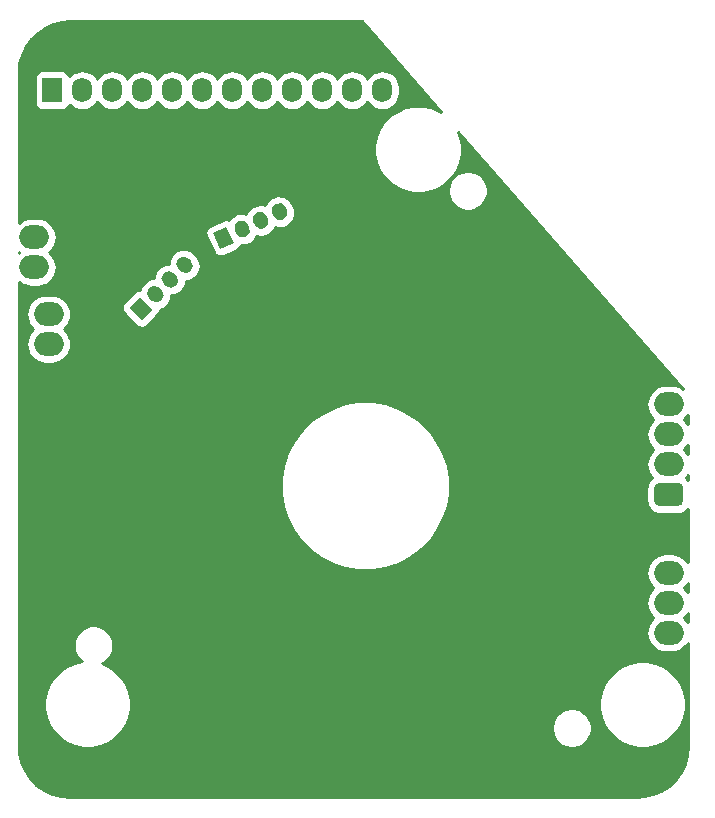
<source format=gbl>
G04 #@! TF.GenerationSoftware,KiCad,Pcbnew,5.1.10-88a1d61d58~88~ubuntu18.04.1*
G04 #@! TF.CreationDate,2024-08-03T23:10:31-04:00*
G04 #@! TF.ProjectId,238-capstan,3233382d-6361-4707-9374-616e2e6b6963,rev?*
G04 #@! TF.SameCoordinates,Original*
G04 #@! TF.FileFunction,Copper,L2,Bot*
G04 #@! TF.FilePolarity,Positive*
%FSLAX46Y46*%
G04 Gerber Fmt 4.6, Leading zero omitted, Abs format (unit mm)*
G04 Created by KiCad (PCBNEW 5.1.10-88a1d61d58~88~ubuntu18.04.1) date 2024-08-03 23:10:31*
%MOMM*%
%LPD*%
G01*
G04 APERTURE LIST*
G04 #@! TA.AperFunction,ComponentPad*
%ADD10O,2.500000X2.000000*%
G04 #@! TD*
G04 #@! TA.AperFunction,ComponentPad*
%ADD11O,1.700000X2.100000*%
G04 #@! TD*
G04 #@! TA.AperFunction,ComponentPad*
%ADD12R,1.700000X2.100000*%
G04 #@! TD*
G04 #@! TA.AperFunction,ComponentPad*
%ADD13C,0.100000*%
G04 #@! TD*
G04 #@! TA.AperFunction,NonConductor*
%ADD14C,0.254000*%
G04 #@! TD*
G04 #@! TA.AperFunction,NonConductor*
%ADD15C,0.100000*%
G04 #@! TD*
G04 APERTURE END LIST*
D10*
X120000000Y-68960000D03*
X120000000Y-71500000D03*
X173700000Y-102430000D03*
X173700000Y-99890000D03*
X173700000Y-97350000D03*
X121200000Y-78000000D03*
X121200000Y-75460000D03*
X173700000Y-83100000D03*
X173700000Y-85640000D03*
X173700000Y-88180000D03*
G04 #@! TA.AperFunction,ComponentPad*
G36*
G01*
X174950000Y-90220000D02*
X174950000Y-91220000D01*
G75*
G02*
X174450000Y-91720000I-500000J0D01*
G01*
X172950000Y-91720000D01*
G75*
G02*
X172450000Y-91220000I0J500000D01*
G01*
X172450000Y-90220000D01*
G75*
G02*
X172950000Y-89720000I500000J0D01*
G01*
X174450000Y-89720000D01*
G75*
G02*
X174950000Y-90220000I0J-500000D01*
G01*
G37*
G04 #@! TD.AperFunction*
D11*
X149440000Y-56500000D03*
X146900000Y-56500000D03*
X144360000Y-56500000D03*
X141820000Y-56500000D03*
X139280000Y-56500000D03*
X136740000Y-56500000D03*
X134200000Y-56500000D03*
X131660000Y-56500000D03*
X129120000Y-56500000D03*
X126580000Y-56500000D03*
X124040000Y-56500000D03*
D12*
X121500000Y-56500000D03*
G04 #@! TA.AperFunction,ComponentPad*
G36*
G01*
X133242641Y-71818019D02*
X133242641Y-71818019D01*
G75*
G02*
X132358757Y-71818019I-441942J441942D01*
G01*
X132181981Y-71641243D01*
G75*
G02*
X132181981Y-70757359I441942J441942D01*
G01*
X132181981Y-70757359D01*
G75*
G02*
X133065865Y-70757359I441942J-441942D01*
G01*
X133242641Y-70934135D01*
G75*
G02*
X133242641Y-71818019I-441942J-441942D01*
G01*
G37*
G04 #@! TD.AperFunction*
G04 #@! TA.AperFunction,ComponentPad*
G36*
G01*
X132005204Y-73055456D02*
X132005204Y-73055456D01*
G75*
G02*
X131121320Y-73055456I-441942J441942D01*
G01*
X130944544Y-72878680D01*
G75*
G02*
X130944544Y-71994796I441942J441942D01*
G01*
X130944544Y-71994796D01*
G75*
G02*
X131828428Y-71994796I441942J-441942D01*
G01*
X132005204Y-72171572D01*
G75*
G02*
X132005204Y-73055456I-441942J-441942D01*
G01*
G37*
G04 #@! TD.AperFunction*
G04 #@! TA.AperFunction,ComponentPad*
G36*
G01*
X130767767Y-74292893D02*
X130767767Y-74292893D01*
G75*
G02*
X129883883Y-74292893I-441942J441942D01*
G01*
X129707107Y-74116117D01*
G75*
G02*
X129707107Y-73232233I441942J441942D01*
G01*
X129707107Y-73232233D01*
G75*
G02*
X130590991Y-73232233I441942J-441942D01*
G01*
X130767767Y-73409009D01*
G75*
G02*
X130767767Y-74292893I-441942J-441942D01*
G01*
G37*
G04 #@! TD.AperFunction*
G04 #@! TA.AperFunction,ComponentPad*
D13*
G36*
X129972272Y-75088388D02*
G01*
X129088388Y-75972272D01*
X128027728Y-74911612D01*
X128911612Y-74027728D01*
X129972272Y-75088388D01*
G37*
G04 #@! TD.AperFunction*
G04 #@! TA.AperFunction,ComponentPad*
G36*
G01*
X141075079Y-67460984D02*
X141075079Y-67460984D01*
G75*
G02*
X140244501Y-67158678I-264136J566442D01*
G01*
X140138847Y-66932102D01*
G75*
G02*
X140441153Y-66101524I566442J264136D01*
G01*
X140441153Y-66101524D01*
G75*
G02*
X141271731Y-66403830I264136J-566442D01*
G01*
X141377385Y-66630406D01*
G75*
G02*
X141075079Y-67460984I-566442J-264136D01*
G01*
G37*
G04 #@! TD.AperFunction*
G04 #@! TA.AperFunction,ComponentPad*
G36*
G01*
X139489040Y-68200566D02*
X139489040Y-68200566D01*
G75*
G02*
X138658462Y-67898260I-264136J566442D01*
G01*
X138552808Y-67671684D01*
G75*
G02*
X138855114Y-66841106I566442J264136D01*
G01*
X138855114Y-66841106D01*
G75*
G02*
X139685692Y-67143412I264136J-566442D01*
G01*
X139791346Y-67369988D01*
G75*
G02*
X139489040Y-68200566I-566442J-264136D01*
G01*
G37*
G04 #@! TD.AperFunction*
G04 #@! TA.AperFunction,ComponentPad*
G36*
G01*
X137903002Y-68940148D02*
X137903002Y-68940148D01*
G75*
G02*
X137072424Y-68637842I-264136J566442D01*
G01*
X136966770Y-68411266D01*
G75*
G02*
X137269076Y-67580688I566442J264136D01*
G01*
X137269076Y-67580688D01*
G75*
G02*
X138099654Y-67882994I264136J-566442D01*
G01*
X138205308Y-68109570D01*
G75*
G02*
X137903002Y-68940148I-566442J-264136D01*
G01*
G37*
G04 #@! TD.AperFunction*
G04 #@! TA.AperFunction,ComponentPad*
G36*
X136883406Y-69415594D02*
G01*
X135750521Y-69943867D01*
X135116594Y-68584406D01*
X136249479Y-68056133D01*
X136883406Y-69415594D01*
G37*
G04 #@! TD.AperFunction*
D14*
X154397616Y-58313831D02*
X154254247Y-58218035D01*
X153580260Y-57938860D01*
X152864759Y-57796538D01*
X152135241Y-57796538D01*
X151419740Y-57938860D01*
X150745753Y-58218035D01*
X150139181Y-58623334D01*
X149623334Y-59139181D01*
X149218035Y-59745753D01*
X148938860Y-60419740D01*
X148796538Y-61135241D01*
X148796538Y-61864759D01*
X148938860Y-62580260D01*
X149218035Y-63254247D01*
X149623334Y-63860819D01*
X150139181Y-64376666D01*
X150745753Y-64781965D01*
X151419740Y-65061140D01*
X152135241Y-65203462D01*
X152864759Y-65203462D01*
X153580260Y-65061140D01*
X154128522Y-64834042D01*
X155015000Y-64834042D01*
X155015000Y-65165958D01*
X155079754Y-65491496D01*
X155206772Y-65798147D01*
X155391175Y-66074125D01*
X155625875Y-66308825D01*
X155901853Y-66493228D01*
X156208504Y-66620246D01*
X156534042Y-66685000D01*
X156865958Y-66685000D01*
X157191496Y-66620246D01*
X157498147Y-66493228D01*
X157774125Y-66308825D01*
X158008825Y-66074125D01*
X158193228Y-65798147D01*
X158320246Y-65491496D01*
X158385000Y-65165958D01*
X158385000Y-64834042D01*
X158320246Y-64508504D01*
X158193228Y-64201853D01*
X158008825Y-63925875D01*
X157774125Y-63691175D01*
X157498147Y-63506772D01*
X157191496Y-63379754D01*
X156865958Y-63315000D01*
X156534042Y-63315000D01*
X156208504Y-63379754D01*
X155901853Y-63506772D01*
X155625875Y-63691175D01*
X155391175Y-63925875D01*
X155206772Y-64201853D01*
X155079754Y-64508504D01*
X155015000Y-64834042D01*
X154128522Y-64834042D01*
X154254247Y-64781965D01*
X154860819Y-64376666D01*
X155376666Y-63860819D01*
X155781965Y-63254247D01*
X156061140Y-62580260D01*
X156203462Y-61864759D01*
X156203462Y-61135241D01*
X156061140Y-60419740D01*
X155900100Y-60030956D01*
X174960245Y-81813979D01*
X174862752Y-81733969D01*
X174578715Y-81582148D01*
X174270516Y-81488657D01*
X174030322Y-81465000D01*
X173369678Y-81465000D01*
X173129484Y-81488657D01*
X172821285Y-81582148D01*
X172537248Y-81733969D01*
X172288286Y-81938286D01*
X172083969Y-82187248D01*
X171932148Y-82471285D01*
X171838657Y-82779484D01*
X171807089Y-83100000D01*
X171838657Y-83420516D01*
X171932148Y-83728715D01*
X172083969Y-84012752D01*
X172288286Y-84261714D01*
X172420233Y-84370000D01*
X172288286Y-84478286D01*
X172083969Y-84727248D01*
X171932148Y-85011285D01*
X171838657Y-85319484D01*
X171807089Y-85640000D01*
X171838657Y-85960516D01*
X171932148Y-86268715D01*
X172083969Y-86552752D01*
X172288286Y-86801714D01*
X172420233Y-86910000D01*
X172288286Y-87018286D01*
X172083969Y-87267248D01*
X171932148Y-87551285D01*
X171838657Y-87859484D01*
X171807089Y-88180000D01*
X171838657Y-88500516D01*
X171932148Y-88808715D01*
X172083969Y-89092752D01*
X172266793Y-89315524D01*
X172145262Y-89415262D01*
X172003728Y-89587721D01*
X171898559Y-89784479D01*
X171833796Y-89997973D01*
X171811928Y-90220000D01*
X171811928Y-91220000D01*
X171833796Y-91442027D01*
X171898559Y-91655521D01*
X172003728Y-91852279D01*
X172145262Y-92024738D01*
X172317721Y-92166272D01*
X172514479Y-92271441D01*
X172727973Y-92336204D01*
X172950000Y-92358072D01*
X174450000Y-92358072D01*
X174672027Y-92336204D01*
X174885521Y-92271441D01*
X175082279Y-92166272D01*
X175254738Y-92024738D01*
X175340001Y-91920846D01*
X175340001Y-96482092D01*
X175316031Y-96437248D01*
X175111714Y-96188286D01*
X174862752Y-95983969D01*
X174578715Y-95832148D01*
X174270516Y-95738657D01*
X174030322Y-95715000D01*
X173369678Y-95715000D01*
X173129484Y-95738657D01*
X172821285Y-95832148D01*
X172537248Y-95983969D01*
X172288286Y-96188286D01*
X172083969Y-96437248D01*
X171932148Y-96721285D01*
X171838657Y-97029484D01*
X171807089Y-97350000D01*
X171838657Y-97670516D01*
X171932148Y-97978715D01*
X172083969Y-98262752D01*
X172288286Y-98511714D01*
X172420233Y-98620000D01*
X172288286Y-98728286D01*
X172083969Y-98977248D01*
X171932148Y-99261285D01*
X171838657Y-99569484D01*
X171807089Y-99890000D01*
X171838657Y-100210516D01*
X171932148Y-100518715D01*
X172083969Y-100802752D01*
X172288286Y-101051714D01*
X172420233Y-101160000D01*
X172288286Y-101268286D01*
X172083969Y-101517248D01*
X171932148Y-101801285D01*
X171838657Y-102109484D01*
X171807089Y-102430000D01*
X171838657Y-102750516D01*
X171932148Y-103058715D01*
X172083969Y-103342752D01*
X172288286Y-103591714D01*
X172537248Y-103796031D01*
X172821285Y-103947852D01*
X173129484Y-104041343D01*
X173369678Y-104065000D01*
X174030322Y-104065000D01*
X174270516Y-104041343D01*
X174578715Y-103947852D01*
X174862752Y-103796031D01*
X175111714Y-103591714D01*
X175316031Y-103342752D01*
X175340000Y-103297909D01*
X175340000Y-111970608D01*
X175268827Y-112768083D01*
X175065344Y-113511890D01*
X174733363Y-114207904D01*
X174283374Y-114834130D01*
X173729597Y-115370777D01*
X173089549Y-115800871D01*
X172383447Y-116110829D01*
X171628543Y-116292065D01*
X170975793Y-116340000D01*
X123029392Y-116340000D01*
X122231917Y-116268827D01*
X121488110Y-116065344D01*
X120792096Y-115733363D01*
X120165870Y-115283374D01*
X119629223Y-114729597D01*
X119199129Y-114089549D01*
X118889171Y-113383447D01*
X118707935Y-112628543D01*
X118660000Y-111975793D01*
X118660000Y-108139297D01*
X120837720Y-108139297D01*
X120837720Y-108860703D01*
X120978460Y-109568248D01*
X121254530Y-110234740D01*
X121655322Y-110834567D01*
X122165433Y-111344678D01*
X122765260Y-111745470D01*
X123431752Y-112021540D01*
X124139297Y-112162280D01*
X124860703Y-112162280D01*
X125568248Y-112021540D01*
X126234740Y-111745470D01*
X126834567Y-111344678D01*
X127344678Y-110834567D01*
X127679118Y-110334042D01*
X163815000Y-110334042D01*
X163815000Y-110665958D01*
X163879754Y-110991496D01*
X164006772Y-111298147D01*
X164191175Y-111574125D01*
X164425875Y-111808825D01*
X164701853Y-111993228D01*
X165008504Y-112120246D01*
X165334042Y-112185000D01*
X165665958Y-112185000D01*
X165991496Y-112120246D01*
X166298147Y-111993228D01*
X166574125Y-111808825D01*
X166808825Y-111574125D01*
X166993228Y-111298147D01*
X167120246Y-110991496D01*
X167185000Y-110665958D01*
X167185000Y-110334042D01*
X167120246Y-110008504D01*
X166993228Y-109701853D01*
X166808825Y-109425875D01*
X166574125Y-109191175D01*
X166298147Y-109006772D01*
X165991496Y-108879754D01*
X165665958Y-108815000D01*
X165334042Y-108815000D01*
X165008504Y-108879754D01*
X164701853Y-109006772D01*
X164425875Y-109191175D01*
X164191175Y-109425875D01*
X164006772Y-109701853D01*
X163879754Y-110008504D01*
X163815000Y-110334042D01*
X127679118Y-110334042D01*
X127745470Y-110234740D01*
X128021540Y-109568248D01*
X128162280Y-108860703D01*
X128162280Y-108139297D01*
X167837720Y-108139297D01*
X167837720Y-108860703D01*
X167978460Y-109568248D01*
X168254530Y-110234740D01*
X168655322Y-110834567D01*
X169165433Y-111344678D01*
X169765260Y-111745470D01*
X170431752Y-112021540D01*
X171139297Y-112162280D01*
X171860703Y-112162280D01*
X172568248Y-112021540D01*
X173234740Y-111745470D01*
X173834567Y-111344678D01*
X174344678Y-110834567D01*
X174745470Y-110234740D01*
X175021540Y-109568248D01*
X175162280Y-108860703D01*
X175162280Y-108139297D01*
X175021540Y-107431752D01*
X174745470Y-106765260D01*
X174344678Y-106165433D01*
X173834567Y-105655322D01*
X173234740Y-105254530D01*
X172568248Y-104978460D01*
X171860703Y-104837720D01*
X171139297Y-104837720D01*
X170431752Y-104978460D01*
X169765260Y-105254530D01*
X169165433Y-105655322D01*
X168655322Y-106165433D01*
X168254530Y-106765260D01*
X167978460Y-107431752D01*
X167837720Y-108139297D01*
X128162280Y-108139297D01*
X128021540Y-107431752D01*
X127745470Y-106765260D01*
X127344678Y-106165433D01*
X126834567Y-105655322D01*
X126234740Y-105254530D01*
X125701024Y-105033457D01*
X125798147Y-104993228D01*
X126074125Y-104808825D01*
X126308825Y-104574125D01*
X126493228Y-104298147D01*
X126620246Y-103991496D01*
X126685000Y-103665958D01*
X126685000Y-103334042D01*
X126620246Y-103008504D01*
X126493228Y-102701853D01*
X126308825Y-102425875D01*
X126074125Y-102191175D01*
X125798147Y-102006772D01*
X125491496Y-101879754D01*
X125165958Y-101815000D01*
X124834042Y-101815000D01*
X124508504Y-101879754D01*
X124201853Y-102006772D01*
X123925875Y-102191175D01*
X123691175Y-102425875D01*
X123506772Y-102701853D01*
X123379754Y-103008504D01*
X123315000Y-103334042D01*
X123315000Y-103665958D01*
X123379754Y-103991496D01*
X123506772Y-104298147D01*
X123691175Y-104574125D01*
X123925875Y-104808825D01*
X124008158Y-104863805D01*
X123431752Y-104978460D01*
X122765260Y-105254530D01*
X122165433Y-105655322D01*
X121655322Y-106165433D01*
X121254530Y-106765260D01*
X120978460Y-107431752D01*
X120837720Y-108139297D01*
X118660000Y-108139297D01*
X118660000Y-89436664D01*
X140842134Y-89436664D01*
X140842134Y-90563336D01*
X141018384Y-91676138D01*
X141366545Y-92747667D01*
X141878044Y-93751540D01*
X142540285Y-94663037D01*
X143336963Y-95459715D01*
X144248460Y-96121956D01*
X145252333Y-96633455D01*
X146323862Y-96981616D01*
X147436664Y-97157866D01*
X148563336Y-97157866D01*
X149676138Y-96981616D01*
X150747667Y-96633455D01*
X151751540Y-96121956D01*
X152663037Y-95459715D01*
X153459715Y-94663037D01*
X154121956Y-93751540D01*
X154633455Y-92747667D01*
X154981616Y-91676138D01*
X155157866Y-90563336D01*
X155157866Y-89436664D01*
X154981616Y-88323862D01*
X154633455Y-87252333D01*
X154121956Y-86248460D01*
X153459715Y-85336963D01*
X152663037Y-84540285D01*
X151751540Y-83878044D01*
X150747667Y-83366545D01*
X149676138Y-83018384D01*
X148563336Y-82842134D01*
X147436664Y-82842134D01*
X146323862Y-83018384D01*
X145252333Y-83366545D01*
X144248460Y-83878044D01*
X143336963Y-84540285D01*
X142540285Y-85336963D01*
X141878044Y-86248460D01*
X141366545Y-87252333D01*
X141018384Y-88323862D01*
X140842134Y-89436664D01*
X118660000Y-89436664D01*
X118660000Y-75460000D01*
X119307089Y-75460000D01*
X119338657Y-75780516D01*
X119432148Y-76088715D01*
X119583969Y-76372752D01*
X119788286Y-76621714D01*
X119920233Y-76730000D01*
X119788286Y-76838286D01*
X119583969Y-77087248D01*
X119432148Y-77371285D01*
X119338657Y-77679484D01*
X119307089Y-78000000D01*
X119338657Y-78320516D01*
X119432148Y-78628715D01*
X119583969Y-78912752D01*
X119788286Y-79161714D01*
X120037248Y-79366031D01*
X120321285Y-79517852D01*
X120629484Y-79611343D01*
X120869678Y-79635000D01*
X121530322Y-79635000D01*
X121770516Y-79611343D01*
X122078715Y-79517852D01*
X122362752Y-79366031D01*
X122611714Y-79161714D01*
X122816031Y-78912752D01*
X122967852Y-78628715D01*
X123061343Y-78320516D01*
X123092911Y-78000000D01*
X123061343Y-77679484D01*
X122967852Y-77371285D01*
X122816031Y-77087248D01*
X122611714Y-76838286D01*
X122479767Y-76730000D01*
X122611714Y-76621714D01*
X122816031Y-76372752D01*
X122967852Y-76088715D01*
X123061343Y-75780516D01*
X123092911Y-75460000D01*
X123061343Y-75139484D01*
X122992219Y-74911612D01*
X127389656Y-74911612D01*
X127401916Y-75036094D01*
X127438226Y-75155792D01*
X127497191Y-75266106D01*
X127576543Y-75362797D01*
X128637203Y-76423457D01*
X128733894Y-76502809D01*
X128844208Y-76561774D01*
X128963906Y-76598084D01*
X129088388Y-76610344D01*
X129212870Y-76598084D01*
X129332568Y-76561774D01*
X129442882Y-76502809D01*
X129539573Y-76423457D01*
X130423457Y-75539573D01*
X130502809Y-75442882D01*
X130561774Y-75332568D01*
X130598084Y-75212870D01*
X130610344Y-75088388D01*
X130609670Y-75081542D01*
X130810338Y-75020671D01*
X131029230Y-74903671D01*
X131221090Y-74746216D01*
X131378545Y-74554356D01*
X131495545Y-74335464D01*
X131567592Y-74097953D01*
X131589350Y-73877039D01*
X131810264Y-73855281D01*
X132047775Y-73783234D01*
X132266667Y-73666234D01*
X132458527Y-73508779D01*
X132615982Y-73316919D01*
X132732982Y-73098027D01*
X132805029Y-72860516D01*
X132826787Y-72639602D01*
X133047701Y-72617844D01*
X133285212Y-72545797D01*
X133504104Y-72428797D01*
X133695964Y-72271342D01*
X133853419Y-72079482D01*
X133970419Y-71860590D01*
X134042466Y-71623079D01*
X134066794Y-71376076D01*
X134042466Y-71129074D01*
X133970419Y-70891564D01*
X133853419Y-70672672D01*
X133735418Y-70528888D01*
X133471112Y-70264582D01*
X133327328Y-70146581D01*
X133108436Y-70029581D01*
X132870926Y-69957534D01*
X132623923Y-69933206D01*
X132376920Y-69957534D01*
X132139410Y-70029581D01*
X131920518Y-70146581D01*
X131728658Y-70304036D01*
X131571203Y-70495896D01*
X131454203Y-70714788D01*
X131382156Y-70952298D01*
X131360398Y-71173213D01*
X131139483Y-71194971D01*
X130901973Y-71267018D01*
X130683081Y-71384018D01*
X130491221Y-71541473D01*
X130333766Y-71733333D01*
X130216766Y-71952225D01*
X130144719Y-72189735D01*
X130122961Y-72410650D01*
X129902046Y-72432408D01*
X129664536Y-72504455D01*
X129445644Y-72621455D01*
X129253784Y-72778910D01*
X129096329Y-72970770D01*
X128979329Y-73189662D01*
X128918458Y-73390330D01*
X128911612Y-73389656D01*
X128787130Y-73401916D01*
X128667432Y-73438226D01*
X128557118Y-73497191D01*
X128460427Y-73576543D01*
X127576543Y-74460427D01*
X127497191Y-74557118D01*
X127438226Y-74667432D01*
X127401916Y-74787130D01*
X127389656Y-74911612D01*
X122992219Y-74911612D01*
X122967852Y-74831285D01*
X122816031Y-74547248D01*
X122611714Y-74298286D01*
X122362752Y-74093969D01*
X122078715Y-73942148D01*
X121770516Y-73848657D01*
X121530322Y-73825000D01*
X120869678Y-73825000D01*
X120629484Y-73848657D01*
X120321285Y-73942148D01*
X120037248Y-74093969D01*
X119788286Y-74298286D01*
X119583969Y-74547248D01*
X119432148Y-74831285D01*
X119338657Y-75139484D01*
X119307089Y-75460000D01*
X118660000Y-75460000D01*
X118660000Y-72720568D01*
X118837248Y-72866031D01*
X119121285Y-73017852D01*
X119429484Y-73111343D01*
X119669678Y-73135000D01*
X120330322Y-73135000D01*
X120570516Y-73111343D01*
X120878715Y-73017852D01*
X121162752Y-72866031D01*
X121411714Y-72661714D01*
X121616031Y-72412752D01*
X121767852Y-72128715D01*
X121861343Y-71820516D01*
X121892911Y-71500000D01*
X121861343Y-71179484D01*
X121767852Y-70871285D01*
X121616031Y-70587248D01*
X121411714Y-70338286D01*
X121279767Y-70230000D01*
X121411714Y-70121714D01*
X121616031Y-69872752D01*
X121767852Y-69588715D01*
X121861343Y-69280516D01*
X121892911Y-68960000D01*
X121861343Y-68639484D01*
X121853079Y-68612238D01*
X134479129Y-68612238D01*
X134496808Y-68736067D01*
X134538304Y-68854067D01*
X135172231Y-70213528D01*
X135235951Y-70321165D01*
X135319446Y-70414303D01*
X135419506Y-70489362D01*
X135532288Y-70543459D01*
X135653455Y-70574513D01*
X135778353Y-70581332D01*
X135902182Y-70563653D01*
X136020182Y-70522157D01*
X137153067Y-69993884D01*
X137260704Y-69930164D01*
X137353842Y-69846669D01*
X137428901Y-69746609D01*
X137482998Y-69633828D01*
X137484706Y-69627165D01*
X137694091Y-69638596D01*
X137939798Y-69603518D01*
X138173940Y-69521178D01*
X138387520Y-69394742D01*
X138572329Y-69229068D01*
X138721265Y-69030523D01*
X138817269Y-68830372D01*
X139032301Y-68885484D01*
X139280129Y-68899014D01*
X139525836Y-68863936D01*
X139759978Y-68781596D01*
X139973558Y-68655160D01*
X140158367Y-68489486D01*
X140307303Y-68290941D01*
X140403307Y-68090790D01*
X140618340Y-68145902D01*
X140866168Y-68159432D01*
X141111875Y-68124354D01*
X141346017Y-68042014D01*
X141559597Y-67915578D01*
X141744406Y-67749904D01*
X141893342Y-67551359D01*
X142000683Y-67327572D01*
X142062303Y-67087145D01*
X142075833Y-66839316D01*
X142040755Y-66593610D01*
X141979048Y-66418138D01*
X141821079Y-66079374D01*
X141726325Y-65919312D01*
X141560651Y-65734503D01*
X141362106Y-65585567D01*
X141138319Y-65478226D01*
X140897892Y-65416606D01*
X140650064Y-65403076D01*
X140404357Y-65438154D01*
X140170215Y-65520494D01*
X139956635Y-65646930D01*
X139771826Y-65812604D01*
X139622890Y-66011149D01*
X139526886Y-66211300D01*
X139311853Y-66156188D01*
X139064025Y-66142658D01*
X138818318Y-66177736D01*
X138584176Y-66260076D01*
X138370596Y-66386512D01*
X138185787Y-66552186D01*
X138036851Y-66750731D01*
X137940847Y-66950882D01*
X137725815Y-66895770D01*
X137477987Y-66882240D01*
X137232280Y-66917318D01*
X136998138Y-66999658D01*
X136784558Y-67126094D01*
X136599749Y-67291768D01*
X136473915Y-67459516D01*
X136467712Y-67456541D01*
X136346545Y-67425487D01*
X136221647Y-67418668D01*
X136097818Y-67436347D01*
X135979818Y-67477843D01*
X134846933Y-68006116D01*
X134739296Y-68069836D01*
X134646158Y-68153331D01*
X134571099Y-68253391D01*
X134517002Y-68366172D01*
X134485948Y-68487340D01*
X134479129Y-68612238D01*
X121853079Y-68612238D01*
X121767852Y-68331285D01*
X121616031Y-68047248D01*
X121411714Y-67798286D01*
X121162752Y-67593969D01*
X120878715Y-67442148D01*
X120570516Y-67348657D01*
X120330322Y-67325000D01*
X119669678Y-67325000D01*
X119429484Y-67348657D01*
X119121285Y-67442148D01*
X118837248Y-67593969D01*
X118660000Y-67739432D01*
X118660000Y-55450000D01*
X120011928Y-55450000D01*
X120011928Y-57550000D01*
X120024188Y-57674482D01*
X120060498Y-57794180D01*
X120119463Y-57904494D01*
X120198815Y-58001185D01*
X120295506Y-58080537D01*
X120405820Y-58139502D01*
X120525518Y-58175812D01*
X120650000Y-58188072D01*
X122350000Y-58188072D01*
X122474482Y-58175812D01*
X122594180Y-58139502D01*
X122704494Y-58080537D01*
X122801185Y-58001185D01*
X122880537Y-57904494D01*
X122939502Y-57794180D01*
X122960393Y-57725313D01*
X122984866Y-57755134D01*
X123210987Y-57940706D01*
X123468967Y-58078599D01*
X123748890Y-58163513D01*
X124040000Y-58192185D01*
X124331111Y-58163513D01*
X124611034Y-58078599D01*
X124869014Y-57940706D01*
X125095134Y-57755134D01*
X125280706Y-57529014D01*
X125310000Y-57474209D01*
X125339294Y-57529014D01*
X125524866Y-57755134D01*
X125750987Y-57940706D01*
X126008967Y-58078599D01*
X126288890Y-58163513D01*
X126580000Y-58192185D01*
X126871111Y-58163513D01*
X127151034Y-58078599D01*
X127409014Y-57940706D01*
X127635134Y-57755134D01*
X127820706Y-57529014D01*
X127850000Y-57474209D01*
X127879294Y-57529014D01*
X128064866Y-57755134D01*
X128290987Y-57940706D01*
X128548967Y-58078599D01*
X128828890Y-58163513D01*
X129120000Y-58192185D01*
X129411111Y-58163513D01*
X129691034Y-58078599D01*
X129949014Y-57940706D01*
X130175134Y-57755134D01*
X130360706Y-57529014D01*
X130390000Y-57474209D01*
X130419294Y-57529014D01*
X130604866Y-57755134D01*
X130830987Y-57940706D01*
X131088967Y-58078599D01*
X131368890Y-58163513D01*
X131660000Y-58192185D01*
X131951111Y-58163513D01*
X132231034Y-58078599D01*
X132489014Y-57940706D01*
X132715134Y-57755134D01*
X132900706Y-57529014D01*
X132930000Y-57474209D01*
X132959294Y-57529014D01*
X133144866Y-57755134D01*
X133370987Y-57940706D01*
X133628967Y-58078599D01*
X133908890Y-58163513D01*
X134200000Y-58192185D01*
X134491111Y-58163513D01*
X134771034Y-58078599D01*
X135029014Y-57940706D01*
X135255134Y-57755134D01*
X135440706Y-57529014D01*
X135470000Y-57474209D01*
X135499294Y-57529014D01*
X135684866Y-57755134D01*
X135910987Y-57940706D01*
X136168967Y-58078599D01*
X136448890Y-58163513D01*
X136740000Y-58192185D01*
X137031111Y-58163513D01*
X137311034Y-58078599D01*
X137569014Y-57940706D01*
X137795134Y-57755134D01*
X137980706Y-57529014D01*
X138010000Y-57474209D01*
X138039294Y-57529014D01*
X138224866Y-57755134D01*
X138450987Y-57940706D01*
X138708967Y-58078599D01*
X138988890Y-58163513D01*
X139280000Y-58192185D01*
X139571111Y-58163513D01*
X139851034Y-58078599D01*
X140109014Y-57940706D01*
X140335134Y-57755134D01*
X140520706Y-57529014D01*
X140550000Y-57474209D01*
X140579294Y-57529014D01*
X140764866Y-57755134D01*
X140990987Y-57940706D01*
X141248967Y-58078599D01*
X141528890Y-58163513D01*
X141820000Y-58192185D01*
X142111111Y-58163513D01*
X142391034Y-58078599D01*
X142649014Y-57940706D01*
X142875134Y-57755134D01*
X143060706Y-57529014D01*
X143090000Y-57474209D01*
X143119294Y-57529014D01*
X143304866Y-57755134D01*
X143530987Y-57940706D01*
X143788967Y-58078599D01*
X144068890Y-58163513D01*
X144360000Y-58192185D01*
X144651111Y-58163513D01*
X144931034Y-58078599D01*
X145189014Y-57940706D01*
X145415134Y-57755134D01*
X145600706Y-57529014D01*
X145630000Y-57474209D01*
X145659294Y-57529014D01*
X145844866Y-57755134D01*
X146070987Y-57940706D01*
X146328967Y-58078599D01*
X146608890Y-58163513D01*
X146900000Y-58192185D01*
X147191111Y-58163513D01*
X147471034Y-58078599D01*
X147729014Y-57940706D01*
X147955134Y-57755134D01*
X148140706Y-57529014D01*
X148170000Y-57474209D01*
X148199294Y-57529014D01*
X148384866Y-57755134D01*
X148610987Y-57940706D01*
X148868967Y-58078599D01*
X149148890Y-58163513D01*
X149440000Y-58192185D01*
X149731111Y-58163513D01*
X150011034Y-58078599D01*
X150269014Y-57940706D01*
X150495134Y-57755134D01*
X150680706Y-57529014D01*
X150818599Y-57271033D01*
X150903513Y-56991110D01*
X150925000Y-56772949D01*
X150925000Y-56227050D01*
X150903513Y-56008889D01*
X150818599Y-55728966D01*
X150680706Y-55470986D01*
X150495134Y-55244866D01*
X150269013Y-55059294D01*
X150011033Y-54921401D01*
X149731110Y-54836487D01*
X149440000Y-54807815D01*
X149148889Y-54836487D01*
X148868966Y-54921401D01*
X148610986Y-55059294D01*
X148384866Y-55244866D01*
X148199294Y-55470987D01*
X148170000Y-55525792D01*
X148140706Y-55470986D01*
X147955134Y-55244866D01*
X147729013Y-55059294D01*
X147471033Y-54921401D01*
X147191110Y-54836487D01*
X146900000Y-54807815D01*
X146608889Y-54836487D01*
X146328966Y-54921401D01*
X146070986Y-55059294D01*
X145844866Y-55244866D01*
X145659294Y-55470987D01*
X145630000Y-55525792D01*
X145600706Y-55470986D01*
X145415134Y-55244866D01*
X145189013Y-55059294D01*
X144931033Y-54921401D01*
X144651110Y-54836487D01*
X144360000Y-54807815D01*
X144068889Y-54836487D01*
X143788966Y-54921401D01*
X143530986Y-55059294D01*
X143304866Y-55244866D01*
X143119294Y-55470987D01*
X143090000Y-55525792D01*
X143060706Y-55470986D01*
X142875134Y-55244866D01*
X142649013Y-55059294D01*
X142391033Y-54921401D01*
X142111110Y-54836487D01*
X141820000Y-54807815D01*
X141528889Y-54836487D01*
X141248966Y-54921401D01*
X140990986Y-55059294D01*
X140764866Y-55244866D01*
X140579294Y-55470987D01*
X140550000Y-55525792D01*
X140520706Y-55470986D01*
X140335134Y-55244866D01*
X140109013Y-55059294D01*
X139851033Y-54921401D01*
X139571110Y-54836487D01*
X139280000Y-54807815D01*
X138988889Y-54836487D01*
X138708966Y-54921401D01*
X138450986Y-55059294D01*
X138224866Y-55244866D01*
X138039294Y-55470987D01*
X138010000Y-55525792D01*
X137980706Y-55470986D01*
X137795134Y-55244866D01*
X137569013Y-55059294D01*
X137311033Y-54921401D01*
X137031110Y-54836487D01*
X136740000Y-54807815D01*
X136448889Y-54836487D01*
X136168966Y-54921401D01*
X135910986Y-55059294D01*
X135684866Y-55244866D01*
X135499294Y-55470987D01*
X135470000Y-55525792D01*
X135440706Y-55470986D01*
X135255134Y-55244866D01*
X135029013Y-55059294D01*
X134771033Y-54921401D01*
X134491110Y-54836487D01*
X134200000Y-54807815D01*
X133908889Y-54836487D01*
X133628966Y-54921401D01*
X133370986Y-55059294D01*
X133144866Y-55244866D01*
X132959294Y-55470987D01*
X132930000Y-55525792D01*
X132900706Y-55470986D01*
X132715134Y-55244866D01*
X132489013Y-55059294D01*
X132231033Y-54921401D01*
X131951110Y-54836487D01*
X131660000Y-54807815D01*
X131368889Y-54836487D01*
X131088966Y-54921401D01*
X130830986Y-55059294D01*
X130604866Y-55244866D01*
X130419294Y-55470987D01*
X130390000Y-55525792D01*
X130360706Y-55470986D01*
X130175134Y-55244866D01*
X129949013Y-55059294D01*
X129691033Y-54921401D01*
X129411110Y-54836487D01*
X129120000Y-54807815D01*
X128828889Y-54836487D01*
X128548966Y-54921401D01*
X128290986Y-55059294D01*
X128064866Y-55244866D01*
X127879294Y-55470987D01*
X127850000Y-55525792D01*
X127820706Y-55470986D01*
X127635134Y-55244866D01*
X127409013Y-55059294D01*
X127151033Y-54921401D01*
X126871110Y-54836487D01*
X126580000Y-54807815D01*
X126288889Y-54836487D01*
X126008966Y-54921401D01*
X125750986Y-55059294D01*
X125524866Y-55244866D01*
X125339294Y-55470987D01*
X125310000Y-55525792D01*
X125280706Y-55470986D01*
X125095134Y-55244866D01*
X124869013Y-55059294D01*
X124611033Y-54921401D01*
X124331110Y-54836487D01*
X124040000Y-54807815D01*
X123748889Y-54836487D01*
X123468966Y-54921401D01*
X123210986Y-55059294D01*
X122984866Y-55244866D01*
X122960393Y-55274687D01*
X122939502Y-55205820D01*
X122880537Y-55095506D01*
X122801185Y-54998815D01*
X122704494Y-54919463D01*
X122594180Y-54860498D01*
X122474482Y-54824188D01*
X122350000Y-54811928D01*
X120650000Y-54811928D01*
X120525518Y-54824188D01*
X120405820Y-54860498D01*
X120295506Y-54919463D01*
X120198815Y-54998815D01*
X120119463Y-55095506D01*
X120060498Y-55205820D01*
X120024188Y-55325518D01*
X120011928Y-55450000D01*
X118660000Y-55450000D01*
X118660000Y-55029392D01*
X118731173Y-54231917D01*
X118934656Y-53488109D01*
X119266638Y-52792095D01*
X119716626Y-52165870D01*
X120270403Y-51629223D01*
X120910451Y-51199129D01*
X121616553Y-50889171D01*
X122371457Y-50707935D01*
X123024207Y-50660000D01*
X147700514Y-50660000D01*
X154397616Y-58313831D01*
G04 #@! TA.AperFunction,NonConductor*
D15*
G36*
X154397616Y-58313831D02*
G01*
X154254247Y-58218035D01*
X153580260Y-57938860D01*
X152864759Y-57796538D01*
X152135241Y-57796538D01*
X151419740Y-57938860D01*
X150745753Y-58218035D01*
X150139181Y-58623334D01*
X149623334Y-59139181D01*
X149218035Y-59745753D01*
X148938860Y-60419740D01*
X148796538Y-61135241D01*
X148796538Y-61864759D01*
X148938860Y-62580260D01*
X149218035Y-63254247D01*
X149623334Y-63860819D01*
X150139181Y-64376666D01*
X150745753Y-64781965D01*
X151419740Y-65061140D01*
X152135241Y-65203462D01*
X152864759Y-65203462D01*
X153580260Y-65061140D01*
X154128522Y-64834042D01*
X155015000Y-64834042D01*
X155015000Y-65165958D01*
X155079754Y-65491496D01*
X155206772Y-65798147D01*
X155391175Y-66074125D01*
X155625875Y-66308825D01*
X155901853Y-66493228D01*
X156208504Y-66620246D01*
X156534042Y-66685000D01*
X156865958Y-66685000D01*
X157191496Y-66620246D01*
X157498147Y-66493228D01*
X157774125Y-66308825D01*
X158008825Y-66074125D01*
X158193228Y-65798147D01*
X158320246Y-65491496D01*
X158385000Y-65165958D01*
X158385000Y-64834042D01*
X158320246Y-64508504D01*
X158193228Y-64201853D01*
X158008825Y-63925875D01*
X157774125Y-63691175D01*
X157498147Y-63506772D01*
X157191496Y-63379754D01*
X156865958Y-63315000D01*
X156534042Y-63315000D01*
X156208504Y-63379754D01*
X155901853Y-63506772D01*
X155625875Y-63691175D01*
X155391175Y-63925875D01*
X155206772Y-64201853D01*
X155079754Y-64508504D01*
X155015000Y-64834042D01*
X154128522Y-64834042D01*
X154254247Y-64781965D01*
X154860819Y-64376666D01*
X155376666Y-63860819D01*
X155781965Y-63254247D01*
X156061140Y-62580260D01*
X156203462Y-61864759D01*
X156203462Y-61135241D01*
X156061140Y-60419740D01*
X155900100Y-60030956D01*
X174960245Y-81813979D01*
X174862752Y-81733969D01*
X174578715Y-81582148D01*
X174270516Y-81488657D01*
X174030322Y-81465000D01*
X173369678Y-81465000D01*
X173129484Y-81488657D01*
X172821285Y-81582148D01*
X172537248Y-81733969D01*
X172288286Y-81938286D01*
X172083969Y-82187248D01*
X171932148Y-82471285D01*
X171838657Y-82779484D01*
X171807089Y-83100000D01*
X171838657Y-83420516D01*
X171932148Y-83728715D01*
X172083969Y-84012752D01*
X172288286Y-84261714D01*
X172420233Y-84370000D01*
X172288286Y-84478286D01*
X172083969Y-84727248D01*
X171932148Y-85011285D01*
X171838657Y-85319484D01*
X171807089Y-85640000D01*
X171838657Y-85960516D01*
X171932148Y-86268715D01*
X172083969Y-86552752D01*
X172288286Y-86801714D01*
X172420233Y-86910000D01*
X172288286Y-87018286D01*
X172083969Y-87267248D01*
X171932148Y-87551285D01*
X171838657Y-87859484D01*
X171807089Y-88180000D01*
X171838657Y-88500516D01*
X171932148Y-88808715D01*
X172083969Y-89092752D01*
X172266793Y-89315524D01*
X172145262Y-89415262D01*
X172003728Y-89587721D01*
X171898559Y-89784479D01*
X171833796Y-89997973D01*
X171811928Y-90220000D01*
X171811928Y-91220000D01*
X171833796Y-91442027D01*
X171898559Y-91655521D01*
X172003728Y-91852279D01*
X172145262Y-92024738D01*
X172317721Y-92166272D01*
X172514479Y-92271441D01*
X172727973Y-92336204D01*
X172950000Y-92358072D01*
X174450000Y-92358072D01*
X174672027Y-92336204D01*
X174885521Y-92271441D01*
X175082279Y-92166272D01*
X175254738Y-92024738D01*
X175340001Y-91920846D01*
X175340001Y-96482092D01*
X175316031Y-96437248D01*
X175111714Y-96188286D01*
X174862752Y-95983969D01*
X174578715Y-95832148D01*
X174270516Y-95738657D01*
X174030322Y-95715000D01*
X173369678Y-95715000D01*
X173129484Y-95738657D01*
X172821285Y-95832148D01*
X172537248Y-95983969D01*
X172288286Y-96188286D01*
X172083969Y-96437248D01*
X171932148Y-96721285D01*
X171838657Y-97029484D01*
X171807089Y-97350000D01*
X171838657Y-97670516D01*
X171932148Y-97978715D01*
X172083969Y-98262752D01*
X172288286Y-98511714D01*
X172420233Y-98620000D01*
X172288286Y-98728286D01*
X172083969Y-98977248D01*
X171932148Y-99261285D01*
X171838657Y-99569484D01*
X171807089Y-99890000D01*
X171838657Y-100210516D01*
X171932148Y-100518715D01*
X172083969Y-100802752D01*
X172288286Y-101051714D01*
X172420233Y-101160000D01*
X172288286Y-101268286D01*
X172083969Y-101517248D01*
X171932148Y-101801285D01*
X171838657Y-102109484D01*
X171807089Y-102430000D01*
X171838657Y-102750516D01*
X171932148Y-103058715D01*
X172083969Y-103342752D01*
X172288286Y-103591714D01*
X172537248Y-103796031D01*
X172821285Y-103947852D01*
X173129484Y-104041343D01*
X173369678Y-104065000D01*
X174030322Y-104065000D01*
X174270516Y-104041343D01*
X174578715Y-103947852D01*
X174862752Y-103796031D01*
X175111714Y-103591714D01*
X175316031Y-103342752D01*
X175340000Y-103297909D01*
X175340000Y-111970608D01*
X175268827Y-112768083D01*
X175065344Y-113511890D01*
X174733363Y-114207904D01*
X174283374Y-114834130D01*
X173729597Y-115370777D01*
X173089549Y-115800871D01*
X172383447Y-116110829D01*
X171628543Y-116292065D01*
X170975793Y-116340000D01*
X123029392Y-116340000D01*
X122231917Y-116268827D01*
X121488110Y-116065344D01*
X120792096Y-115733363D01*
X120165870Y-115283374D01*
X119629223Y-114729597D01*
X119199129Y-114089549D01*
X118889171Y-113383447D01*
X118707935Y-112628543D01*
X118660000Y-111975793D01*
X118660000Y-108139297D01*
X120837720Y-108139297D01*
X120837720Y-108860703D01*
X120978460Y-109568248D01*
X121254530Y-110234740D01*
X121655322Y-110834567D01*
X122165433Y-111344678D01*
X122765260Y-111745470D01*
X123431752Y-112021540D01*
X124139297Y-112162280D01*
X124860703Y-112162280D01*
X125568248Y-112021540D01*
X126234740Y-111745470D01*
X126834567Y-111344678D01*
X127344678Y-110834567D01*
X127679118Y-110334042D01*
X163815000Y-110334042D01*
X163815000Y-110665958D01*
X163879754Y-110991496D01*
X164006772Y-111298147D01*
X164191175Y-111574125D01*
X164425875Y-111808825D01*
X164701853Y-111993228D01*
X165008504Y-112120246D01*
X165334042Y-112185000D01*
X165665958Y-112185000D01*
X165991496Y-112120246D01*
X166298147Y-111993228D01*
X166574125Y-111808825D01*
X166808825Y-111574125D01*
X166993228Y-111298147D01*
X167120246Y-110991496D01*
X167185000Y-110665958D01*
X167185000Y-110334042D01*
X167120246Y-110008504D01*
X166993228Y-109701853D01*
X166808825Y-109425875D01*
X166574125Y-109191175D01*
X166298147Y-109006772D01*
X165991496Y-108879754D01*
X165665958Y-108815000D01*
X165334042Y-108815000D01*
X165008504Y-108879754D01*
X164701853Y-109006772D01*
X164425875Y-109191175D01*
X164191175Y-109425875D01*
X164006772Y-109701853D01*
X163879754Y-110008504D01*
X163815000Y-110334042D01*
X127679118Y-110334042D01*
X127745470Y-110234740D01*
X128021540Y-109568248D01*
X128162280Y-108860703D01*
X128162280Y-108139297D01*
X167837720Y-108139297D01*
X167837720Y-108860703D01*
X167978460Y-109568248D01*
X168254530Y-110234740D01*
X168655322Y-110834567D01*
X169165433Y-111344678D01*
X169765260Y-111745470D01*
X170431752Y-112021540D01*
X171139297Y-112162280D01*
X171860703Y-112162280D01*
X172568248Y-112021540D01*
X173234740Y-111745470D01*
X173834567Y-111344678D01*
X174344678Y-110834567D01*
X174745470Y-110234740D01*
X175021540Y-109568248D01*
X175162280Y-108860703D01*
X175162280Y-108139297D01*
X175021540Y-107431752D01*
X174745470Y-106765260D01*
X174344678Y-106165433D01*
X173834567Y-105655322D01*
X173234740Y-105254530D01*
X172568248Y-104978460D01*
X171860703Y-104837720D01*
X171139297Y-104837720D01*
X170431752Y-104978460D01*
X169765260Y-105254530D01*
X169165433Y-105655322D01*
X168655322Y-106165433D01*
X168254530Y-106765260D01*
X167978460Y-107431752D01*
X167837720Y-108139297D01*
X128162280Y-108139297D01*
X128021540Y-107431752D01*
X127745470Y-106765260D01*
X127344678Y-106165433D01*
X126834567Y-105655322D01*
X126234740Y-105254530D01*
X125701024Y-105033457D01*
X125798147Y-104993228D01*
X126074125Y-104808825D01*
X126308825Y-104574125D01*
X126493228Y-104298147D01*
X126620246Y-103991496D01*
X126685000Y-103665958D01*
X126685000Y-103334042D01*
X126620246Y-103008504D01*
X126493228Y-102701853D01*
X126308825Y-102425875D01*
X126074125Y-102191175D01*
X125798147Y-102006772D01*
X125491496Y-101879754D01*
X125165958Y-101815000D01*
X124834042Y-101815000D01*
X124508504Y-101879754D01*
X124201853Y-102006772D01*
X123925875Y-102191175D01*
X123691175Y-102425875D01*
X123506772Y-102701853D01*
X123379754Y-103008504D01*
X123315000Y-103334042D01*
X123315000Y-103665958D01*
X123379754Y-103991496D01*
X123506772Y-104298147D01*
X123691175Y-104574125D01*
X123925875Y-104808825D01*
X124008158Y-104863805D01*
X123431752Y-104978460D01*
X122765260Y-105254530D01*
X122165433Y-105655322D01*
X121655322Y-106165433D01*
X121254530Y-106765260D01*
X120978460Y-107431752D01*
X120837720Y-108139297D01*
X118660000Y-108139297D01*
X118660000Y-89436664D01*
X140842134Y-89436664D01*
X140842134Y-90563336D01*
X141018384Y-91676138D01*
X141366545Y-92747667D01*
X141878044Y-93751540D01*
X142540285Y-94663037D01*
X143336963Y-95459715D01*
X144248460Y-96121956D01*
X145252333Y-96633455D01*
X146323862Y-96981616D01*
X147436664Y-97157866D01*
X148563336Y-97157866D01*
X149676138Y-96981616D01*
X150747667Y-96633455D01*
X151751540Y-96121956D01*
X152663037Y-95459715D01*
X153459715Y-94663037D01*
X154121956Y-93751540D01*
X154633455Y-92747667D01*
X154981616Y-91676138D01*
X155157866Y-90563336D01*
X155157866Y-89436664D01*
X154981616Y-88323862D01*
X154633455Y-87252333D01*
X154121956Y-86248460D01*
X153459715Y-85336963D01*
X152663037Y-84540285D01*
X151751540Y-83878044D01*
X150747667Y-83366545D01*
X149676138Y-83018384D01*
X148563336Y-82842134D01*
X147436664Y-82842134D01*
X146323862Y-83018384D01*
X145252333Y-83366545D01*
X144248460Y-83878044D01*
X143336963Y-84540285D01*
X142540285Y-85336963D01*
X141878044Y-86248460D01*
X141366545Y-87252333D01*
X141018384Y-88323862D01*
X140842134Y-89436664D01*
X118660000Y-89436664D01*
X118660000Y-75460000D01*
X119307089Y-75460000D01*
X119338657Y-75780516D01*
X119432148Y-76088715D01*
X119583969Y-76372752D01*
X119788286Y-76621714D01*
X119920233Y-76730000D01*
X119788286Y-76838286D01*
X119583969Y-77087248D01*
X119432148Y-77371285D01*
X119338657Y-77679484D01*
X119307089Y-78000000D01*
X119338657Y-78320516D01*
X119432148Y-78628715D01*
X119583969Y-78912752D01*
X119788286Y-79161714D01*
X120037248Y-79366031D01*
X120321285Y-79517852D01*
X120629484Y-79611343D01*
X120869678Y-79635000D01*
X121530322Y-79635000D01*
X121770516Y-79611343D01*
X122078715Y-79517852D01*
X122362752Y-79366031D01*
X122611714Y-79161714D01*
X122816031Y-78912752D01*
X122967852Y-78628715D01*
X123061343Y-78320516D01*
X123092911Y-78000000D01*
X123061343Y-77679484D01*
X122967852Y-77371285D01*
X122816031Y-77087248D01*
X122611714Y-76838286D01*
X122479767Y-76730000D01*
X122611714Y-76621714D01*
X122816031Y-76372752D01*
X122967852Y-76088715D01*
X123061343Y-75780516D01*
X123092911Y-75460000D01*
X123061343Y-75139484D01*
X122992219Y-74911612D01*
X127389656Y-74911612D01*
X127401916Y-75036094D01*
X127438226Y-75155792D01*
X127497191Y-75266106D01*
X127576543Y-75362797D01*
X128637203Y-76423457D01*
X128733894Y-76502809D01*
X128844208Y-76561774D01*
X128963906Y-76598084D01*
X129088388Y-76610344D01*
X129212870Y-76598084D01*
X129332568Y-76561774D01*
X129442882Y-76502809D01*
X129539573Y-76423457D01*
X130423457Y-75539573D01*
X130502809Y-75442882D01*
X130561774Y-75332568D01*
X130598084Y-75212870D01*
X130610344Y-75088388D01*
X130609670Y-75081542D01*
X130810338Y-75020671D01*
X131029230Y-74903671D01*
X131221090Y-74746216D01*
X131378545Y-74554356D01*
X131495545Y-74335464D01*
X131567592Y-74097953D01*
X131589350Y-73877039D01*
X131810264Y-73855281D01*
X132047775Y-73783234D01*
X132266667Y-73666234D01*
X132458527Y-73508779D01*
X132615982Y-73316919D01*
X132732982Y-73098027D01*
X132805029Y-72860516D01*
X132826787Y-72639602D01*
X133047701Y-72617844D01*
X133285212Y-72545797D01*
X133504104Y-72428797D01*
X133695964Y-72271342D01*
X133853419Y-72079482D01*
X133970419Y-71860590D01*
X134042466Y-71623079D01*
X134066794Y-71376076D01*
X134042466Y-71129074D01*
X133970419Y-70891564D01*
X133853419Y-70672672D01*
X133735418Y-70528888D01*
X133471112Y-70264582D01*
X133327328Y-70146581D01*
X133108436Y-70029581D01*
X132870926Y-69957534D01*
X132623923Y-69933206D01*
X132376920Y-69957534D01*
X132139410Y-70029581D01*
X131920518Y-70146581D01*
X131728658Y-70304036D01*
X131571203Y-70495896D01*
X131454203Y-70714788D01*
X131382156Y-70952298D01*
X131360398Y-71173213D01*
X131139483Y-71194971D01*
X130901973Y-71267018D01*
X130683081Y-71384018D01*
X130491221Y-71541473D01*
X130333766Y-71733333D01*
X130216766Y-71952225D01*
X130144719Y-72189735D01*
X130122961Y-72410650D01*
X129902046Y-72432408D01*
X129664536Y-72504455D01*
X129445644Y-72621455D01*
X129253784Y-72778910D01*
X129096329Y-72970770D01*
X128979329Y-73189662D01*
X128918458Y-73390330D01*
X128911612Y-73389656D01*
X128787130Y-73401916D01*
X128667432Y-73438226D01*
X128557118Y-73497191D01*
X128460427Y-73576543D01*
X127576543Y-74460427D01*
X127497191Y-74557118D01*
X127438226Y-74667432D01*
X127401916Y-74787130D01*
X127389656Y-74911612D01*
X122992219Y-74911612D01*
X122967852Y-74831285D01*
X122816031Y-74547248D01*
X122611714Y-74298286D01*
X122362752Y-74093969D01*
X122078715Y-73942148D01*
X121770516Y-73848657D01*
X121530322Y-73825000D01*
X120869678Y-73825000D01*
X120629484Y-73848657D01*
X120321285Y-73942148D01*
X120037248Y-74093969D01*
X119788286Y-74298286D01*
X119583969Y-74547248D01*
X119432148Y-74831285D01*
X119338657Y-75139484D01*
X119307089Y-75460000D01*
X118660000Y-75460000D01*
X118660000Y-72720568D01*
X118837248Y-72866031D01*
X119121285Y-73017852D01*
X119429484Y-73111343D01*
X119669678Y-73135000D01*
X120330322Y-73135000D01*
X120570516Y-73111343D01*
X120878715Y-73017852D01*
X121162752Y-72866031D01*
X121411714Y-72661714D01*
X121616031Y-72412752D01*
X121767852Y-72128715D01*
X121861343Y-71820516D01*
X121892911Y-71500000D01*
X121861343Y-71179484D01*
X121767852Y-70871285D01*
X121616031Y-70587248D01*
X121411714Y-70338286D01*
X121279767Y-70230000D01*
X121411714Y-70121714D01*
X121616031Y-69872752D01*
X121767852Y-69588715D01*
X121861343Y-69280516D01*
X121892911Y-68960000D01*
X121861343Y-68639484D01*
X121853079Y-68612238D01*
X134479129Y-68612238D01*
X134496808Y-68736067D01*
X134538304Y-68854067D01*
X135172231Y-70213528D01*
X135235951Y-70321165D01*
X135319446Y-70414303D01*
X135419506Y-70489362D01*
X135532288Y-70543459D01*
X135653455Y-70574513D01*
X135778353Y-70581332D01*
X135902182Y-70563653D01*
X136020182Y-70522157D01*
X137153067Y-69993884D01*
X137260704Y-69930164D01*
X137353842Y-69846669D01*
X137428901Y-69746609D01*
X137482998Y-69633828D01*
X137484706Y-69627165D01*
X137694091Y-69638596D01*
X137939798Y-69603518D01*
X138173940Y-69521178D01*
X138387520Y-69394742D01*
X138572329Y-69229068D01*
X138721265Y-69030523D01*
X138817269Y-68830372D01*
X139032301Y-68885484D01*
X139280129Y-68899014D01*
X139525836Y-68863936D01*
X139759978Y-68781596D01*
X139973558Y-68655160D01*
X140158367Y-68489486D01*
X140307303Y-68290941D01*
X140403307Y-68090790D01*
X140618340Y-68145902D01*
X140866168Y-68159432D01*
X141111875Y-68124354D01*
X141346017Y-68042014D01*
X141559597Y-67915578D01*
X141744406Y-67749904D01*
X141893342Y-67551359D01*
X142000683Y-67327572D01*
X142062303Y-67087145D01*
X142075833Y-66839316D01*
X142040755Y-66593610D01*
X141979048Y-66418138D01*
X141821079Y-66079374D01*
X141726325Y-65919312D01*
X141560651Y-65734503D01*
X141362106Y-65585567D01*
X141138319Y-65478226D01*
X140897892Y-65416606D01*
X140650064Y-65403076D01*
X140404357Y-65438154D01*
X140170215Y-65520494D01*
X139956635Y-65646930D01*
X139771826Y-65812604D01*
X139622890Y-66011149D01*
X139526886Y-66211300D01*
X139311853Y-66156188D01*
X139064025Y-66142658D01*
X138818318Y-66177736D01*
X138584176Y-66260076D01*
X138370596Y-66386512D01*
X138185787Y-66552186D01*
X138036851Y-66750731D01*
X137940847Y-66950882D01*
X137725815Y-66895770D01*
X137477987Y-66882240D01*
X137232280Y-66917318D01*
X136998138Y-66999658D01*
X136784558Y-67126094D01*
X136599749Y-67291768D01*
X136473915Y-67459516D01*
X136467712Y-67456541D01*
X136346545Y-67425487D01*
X136221647Y-67418668D01*
X136097818Y-67436347D01*
X135979818Y-67477843D01*
X134846933Y-68006116D01*
X134739296Y-68069836D01*
X134646158Y-68153331D01*
X134571099Y-68253391D01*
X134517002Y-68366172D01*
X134485948Y-68487340D01*
X134479129Y-68612238D01*
X121853079Y-68612238D01*
X121767852Y-68331285D01*
X121616031Y-68047248D01*
X121411714Y-67798286D01*
X121162752Y-67593969D01*
X120878715Y-67442148D01*
X120570516Y-67348657D01*
X120330322Y-67325000D01*
X119669678Y-67325000D01*
X119429484Y-67348657D01*
X119121285Y-67442148D01*
X118837248Y-67593969D01*
X118660000Y-67739432D01*
X118660000Y-55450000D01*
X120011928Y-55450000D01*
X120011928Y-57550000D01*
X120024188Y-57674482D01*
X120060498Y-57794180D01*
X120119463Y-57904494D01*
X120198815Y-58001185D01*
X120295506Y-58080537D01*
X120405820Y-58139502D01*
X120525518Y-58175812D01*
X120650000Y-58188072D01*
X122350000Y-58188072D01*
X122474482Y-58175812D01*
X122594180Y-58139502D01*
X122704494Y-58080537D01*
X122801185Y-58001185D01*
X122880537Y-57904494D01*
X122939502Y-57794180D01*
X122960393Y-57725313D01*
X122984866Y-57755134D01*
X123210987Y-57940706D01*
X123468967Y-58078599D01*
X123748890Y-58163513D01*
X124040000Y-58192185D01*
X124331111Y-58163513D01*
X124611034Y-58078599D01*
X124869014Y-57940706D01*
X125095134Y-57755134D01*
X125280706Y-57529014D01*
X125310000Y-57474209D01*
X125339294Y-57529014D01*
X125524866Y-57755134D01*
X125750987Y-57940706D01*
X126008967Y-58078599D01*
X126288890Y-58163513D01*
X126580000Y-58192185D01*
X126871111Y-58163513D01*
X127151034Y-58078599D01*
X127409014Y-57940706D01*
X127635134Y-57755134D01*
X127820706Y-57529014D01*
X127850000Y-57474209D01*
X127879294Y-57529014D01*
X128064866Y-57755134D01*
X128290987Y-57940706D01*
X128548967Y-58078599D01*
X128828890Y-58163513D01*
X129120000Y-58192185D01*
X129411111Y-58163513D01*
X129691034Y-58078599D01*
X129949014Y-57940706D01*
X130175134Y-57755134D01*
X130360706Y-57529014D01*
X130390000Y-57474209D01*
X130419294Y-57529014D01*
X130604866Y-57755134D01*
X130830987Y-57940706D01*
X131088967Y-58078599D01*
X131368890Y-58163513D01*
X131660000Y-58192185D01*
X131951111Y-58163513D01*
X132231034Y-58078599D01*
X132489014Y-57940706D01*
X132715134Y-57755134D01*
X132900706Y-57529014D01*
X132930000Y-57474209D01*
X132959294Y-57529014D01*
X133144866Y-57755134D01*
X133370987Y-57940706D01*
X133628967Y-58078599D01*
X133908890Y-58163513D01*
X134200000Y-58192185D01*
X134491111Y-58163513D01*
X134771034Y-58078599D01*
X135029014Y-57940706D01*
X135255134Y-57755134D01*
X135440706Y-57529014D01*
X135470000Y-57474209D01*
X135499294Y-57529014D01*
X135684866Y-57755134D01*
X135910987Y-57940706D01*
X136168967Y-58078599D01*
X136448890Y-58163513D01*
X136740000Y-58192185D01*
X137031111Y-58163513D01*
X137311034Y-58078599D01*
X137569014Y-57940706D01*
X137795134Y-57755134D01*
X137980706Y-57529014D01*
X138010000Y-57474209D01*
X138039294Y-57529014D01*
X138224866Y-57755134D01*
X138450987Y-57940706D01*
X138708967Y-58078599D01*
X138988890Y-58163513D01*
X139280000Y-58192185D01*
X139571111Y-58163513D01*
X139851034Y-58078599D01*
X140109014Y-57940706D01*
X140335134Y-57755134D01*
X140520706Y-57529014D01*
X140550000Y-57474209D01*
X140579294Y-57529014D01*
X140764866Y-57755134D01*
X140990987Y-57940706D01*
X141248967Y-58078599D01*
X141528890Y-58163513D01*
X141820000Y-58192185D01*
X142111111Y-58163513D01*
X142391034Y-58078599D01*
X142649014Y-57940706D01*
X142875134Y-57755134D01*
X143060706Y-57529014D01*
X143090000Y-57474209D01*
X143119294Y-57529014D01*
X143304866Y-57755134D01*
X143530987Y-57940706D01*
X143788967Y-58078599D01*
X144068890Y-58163513D01*
X144360000Y-58192185D01*
X144651111Y-58163513D01*
X144931034Y-58078599D01*
X145189014Y-57940706D01*
X145415134Y-57755134D01*
X145600706Y-57529014D01*
X145630000Y-57474209D01*
X145659294Y-57529014D01*
X145844866Y-57755134D01*
X146070987Y-57940706D01*
X146328967Y-58078599D01*
X146608890Y-58163513D01*
X146900000Y-58192185D01*
X147191111Y-58163513D01*
X147471034Y-58078599D01*
X147729014Y-57940706D01*
X147955134Y-57755134D01*
X148140706Y-57529014D01*
X148170000Y-57474209D01*
X148199294Y-57529014D01*
X148384866Y-57755134D01*
X148610987Y-57940706D01*
X148868967Y-58078599D01*
X149148890Y-58163513D01*
X149440000Y-58192185D01*
X149731111Y-58163513D01*
X150011034Y-58078599D01*
X150269014Y-57940706D01*
X150495134Y-57755134D01*
X150680706Y-57529014D01*
X150818599Y-57271033D01*
X150903513Y-56991110D01*
X150925000Y-56772949D01*
X150925000Y-56227050D01*
X150903513Y-56008889D01*
X150818599Y-55728966D01*
X150680706Y-55470986D01*
X150495134Y-55244866D01*
X150269013Y-55059294D01*
X150011033Y-54921401D01*
X149731110Y-54836487D01*
X149440000Y-54807815D01*
X149148889Y-54836487D01*
X148868966Y-54921401D01*
X148610986Y-55059294D01*
X148384866Y-55244866D01*
X148199294Y-55470987D01*
X148170000Y-55525792D01*
X148140706Y-55470986D01*
X147955134Y-55244866D01*
X147729013Y-55059294D01*
X147471033Y-54921401D01*
X147191110Y-54836487D01*
X146900000Y-54807815D01*
X146608889Y-54836487D01*
X146328966Y-54921401D01*
X146070986Y-55059294D01*
X145844866Y-55244866D01*
X145659294Y-55470987D01*
X145630000Y-55525792D01*
X145600706Y-55470986D01*
X145415134Y-55244866D01*
X145189013Y-55059294D01*
X144931033Y-54921401D01*
X144651110Y-54836487D01*
X144360000Y-54807815D01*
X144068889Y-54836487D01*
X143788966Y-54921401D01*
X143530986Y-55059294D01*
X143304866Y-55244866D01*
X143119294Y-55470987D01*
X143090000Y-55525792D01*
X143060706Y-55470986D01*
X142875134Y-55244866D01*
X142649013Y-55059294D01*
X142391033Y-54921401D01*
X142111110Y-54836487D01*
X141820000Y-54807815D01*
X141528889Y-54836487D01*
X141248966Y-54921401D01*
X140990986Y-55059294D01*
X140764866Y-55244866D01*
X140579294Y-55470987D01*
X140550000Y-55525792D01*
X140520706Y-55470986D01*
X140335134Y-55244866D01*
X140109013Y-55059294D01*
X139851033Y-54921401D01*
X139571110Y-54836487D01*
X139280000Y-54807815D01*
X138988889Y-54836487D01*
X138708966Y-54921401D01*
X138450986Y-55059294D01*
X138224866Y-55244866D01*
X138039294Y-55470987D01*
X138010000Y-55525792D01*
X137980706Y-55470986D01*
X137795134Y-55244866D01*
X137569013Y-55059294D01*
X137311033Y-54921401D01*
X137031110Y-54836487D01*
X136740000Y-54807815D01*
X136448889Y-54836487D01*
X136168966Y-54921401D01*
X135910986Y-55059294D01*
X135684866Y-55244866D01*
X135499294Y-55470987D01*
X135470000Y-55525792D01*
X135440706Y-55470986D01*
X135255134Y-55244866D01*
X135029013Y-55059294D01*
X134771033Y-54921401D01*
X134491110Y-54836487D01*
X134200000Y-54807815D01*
X133908889Y-54836487D01*
X133628966Y-54921401D01*
X133370986Y-55059294D01*
X133144866Y-55244866D01*
X132959294Y-55470987D01*
X132930000Y-55525792D01*
X132900706Y-55470986D01*
X132715134Y-55244866D01*
X132489013Y-55059294D01*
X132231033Y-54921401D01*
X131951110Y-54836487D01*
X131660000Y-54807815D01*
X131368889Y-54836487D01*
X131088966Y-54921401D01*
X130830986Y-55059294D01*
X130604866Y-55244866D01*
X130419294Y-55470987D01*
X130390000Y-55525792D01*
X130360706Y-55470986D01*
X130175134Y-55244866D01*
X129949013Y-55059294D01*
X129691033Y-54921401D01*
X129411110Y-54836487D01*
X129120000Y-54807815D01*
X128828889Y-54836487D01*
X128548966Y-54921401D01*
X128290986Y-55059294D01*
X128064866Y-55244866D01*
X127879294Y-55470987D01*
X127850000Y-55525792D01*
X127820706Y-55470986D01*
X127635134Y-55244866D01*
X127409013Y-55059294D01*
X127151033Y-54921401D01*
X126871110Y-54836487D01*
X126580000Y-54807815D01*
X126288889Y-54836487D01*
X126008966Y-54921401D01*
X125750986Y-55059294D01*
X125524866Y-55244866D01*
X125339294Y-55470987D01*
X125310000Y-55525792D01*
X125280706Y-55470986D01*
X125095134Y-55244866D01*
X124869013Y-55059294D01*
X124611033Y-54921401D01*
X124331110Y-54836487D01*
X124040000Y-54807815D01*
X123748889Y-54836487D01*
X123468966Y-54921401D01*
X123210986Y-55059294D01*
X122984866Y-55244866D01*
X122960393Y-55274687D01*
X122939502Y-55205820D01*
X122880537Y-55095506D01*
X122801185Y-54998815D01*
X122704494Y-54919463D01*
X122594180Y-54860498D01*
X122474482Y-54824188D01*
X122350000Y-54811928D01*
X120650000Y-54811928D01*
X120525518Y-54824188D01*
X120405820Y-54860498D01*
X120295506Y-54919463D01*
X120198815Y-54998815D01*
X120119463Y-55095506D01*
X120060498Y-55205820D01*
X120024188Y-55325518D01*
X120011928Y-55450000D01*
X118660000Y-55450000D01*
X118660000Y-55029392D01*
X118731173Y-54231917D01*
X118934656Y-53488109D01*
X119266638Y-52792095D01*
X119716626Y-52165870D01*
X120270403Y-51629223D01*
X120910451Y-51199129D01*
X121616553Y-50889171D01*
X122371457Y-50707935D01*
X123024207Y-50660000D01*
X147700514Y-50660000D01*
X154397616Y-58313831D01*
G37*
G04 #@! TD.AperFunction*
D14*
X175340000Y-101562091D02*
X175316031Y-101517248D01*
X175111714Y-101268286D01*
X174979767Y-101160000D01*
X175111714Y-101051714D01*
X175316031Y-100802752D01*
X175340000Y-100757908D01*
X175340000Y-101562091D01*
G04 #@! TA.AperFunction,NonConductor*
D15*
G36*
X175340000Y-101562091D02*
G01*
X175316031Y-101517248D01*
X175111714Y-101268286D01*
X174979767Y-101160000D01*
X175111714Y-101051714D01*
X175316031Y-100802752D01*
X175340000Y-100757908D01*
X175340000Y-101562091D01*
G37*
G04 #@! TD.AperFunction*
D14*
X175340000Y-99022092D02*
X175316031Y-98977248D01*
X175111714Y-98728286D01*
X174979767Y-98620000D01*
X175111714Y-98511714D01*
X175316031Y-98262752D01*
X175340000Y-98217908D01*
X175340000Y-99022092D01*
G04 #@! TA.AperFunction,NonConductor*
D15*
G36*
X175340000Y-99022092D02*
G01*
X175316031Y-98977248D01*
X175111714Y-98728286D01*
X174979767Y-98620000D01*
X175111714Y-98511714D01*
X175316031Y-98262752D01*
X175340000Y-98217908D01*
X175340000Y-99022092D01*
G37*
G04 #@! TD.AperFunction*
D14*
X175340001Y-89519155D02*
X175254738Y-89415262D01*
X175133207Y-89315524D01*
X175316031Y-89092752D01*
X175340001Y-89047908D01*
X175340001Y-89519155D01*
G04 #@! TA.AperFunction,NonConductor*
D15*
G36*
X175340001Y-89519155D02*
G01*
X175254738Y-89415262D01*
X175133207Y-89315524D01*
X175316031Y-89092752D01*
X175340001Y-89047908D01*
X175340001Y-89519155D01*
G37*
G04 #@! TD.AperFunction*
D14*
X175340001Y-87312092D02*
X175316031Y-87267248D01*
X175111714Y-87018286D01*
X174979767Y-86910000D01*
X175111714Y-86801714D01*
X175316031Y-86552752D01*
X175340001Y-86507908D01*
X175340001Y-87312092D01*
G04 #@! TA.AperFunction,NonConductor*
D15*
G36*
X175340001Y-87312092D02*
G01*
X175316031Y-87267248D01*
X175111714Y-87018286D01*
X174979767Y-86910000D01*
X175111714Y-86801714D01*
X175316031Y-86552752D01*
X175340001Y-86507908D01*
X175340001Y-87312092D01*
G37*
G04 #@! TD.AperFunction*
D14*
X175340001Y-84772093D02*
X175316031Y-84727248D01*
X175111714Y-84478286D01*
X174979767Y-84370000D01*
X175111714Y-84261714D01*
X175316031Y-84012752D01*
X175340001Y-83967907D01*
X175340001Y-84772093D01*
G04 #@! TA.AperFunction,NonConductor*
D15*
G36*
X175340001Y-84772093D02*
G01*
X175316031Y-84727248D01*
X175111714Y-84478286D01*
X174979767Y-84370000D01*
X175111714Y-84261714D01*
X175316031Y-84012752D01*
X175340001Y-83967907D01*
X175340001Y-84772093D01*
G37*
G04 #@! TD.AperFunction*
D14*
X118720233Y-70230000D02*
X118660000Y-70279432D01*
X118660000Y-70180568D01*
X118720233Y-70230000D01*
G04 #@! TA.AperFunction,NonConductor*
D15*
G36*
X118720233Y-70230000D02*
G01*
X118660000Y-70279432D01*
X118660000Y-70180568D01*
X118720233Y-70230000D01*
G37*
G04 #@! TD.AperFunction*
M02*

</source>
